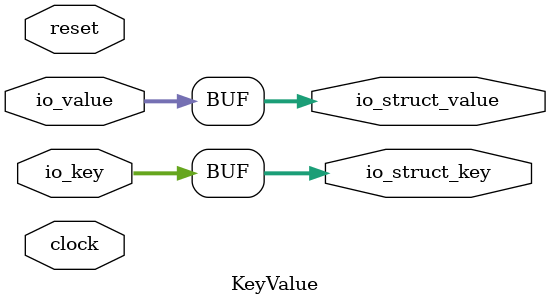
<source format=v>
module KeyValue(
  input         clock,
  input         reset,
  input  [4:0]  io_key,
  input  [31:0] io_value,
  output [4:0]  io_struct_key,
  output [31:0] io_struct_value
);
  assign io_struct_key = io_key; // @[KeyValue.scala 18:18 19:12]
  assign io_struct_value = io_value; // @[KeyValue.scala 18:18 20:14]
endmodule

</source>
